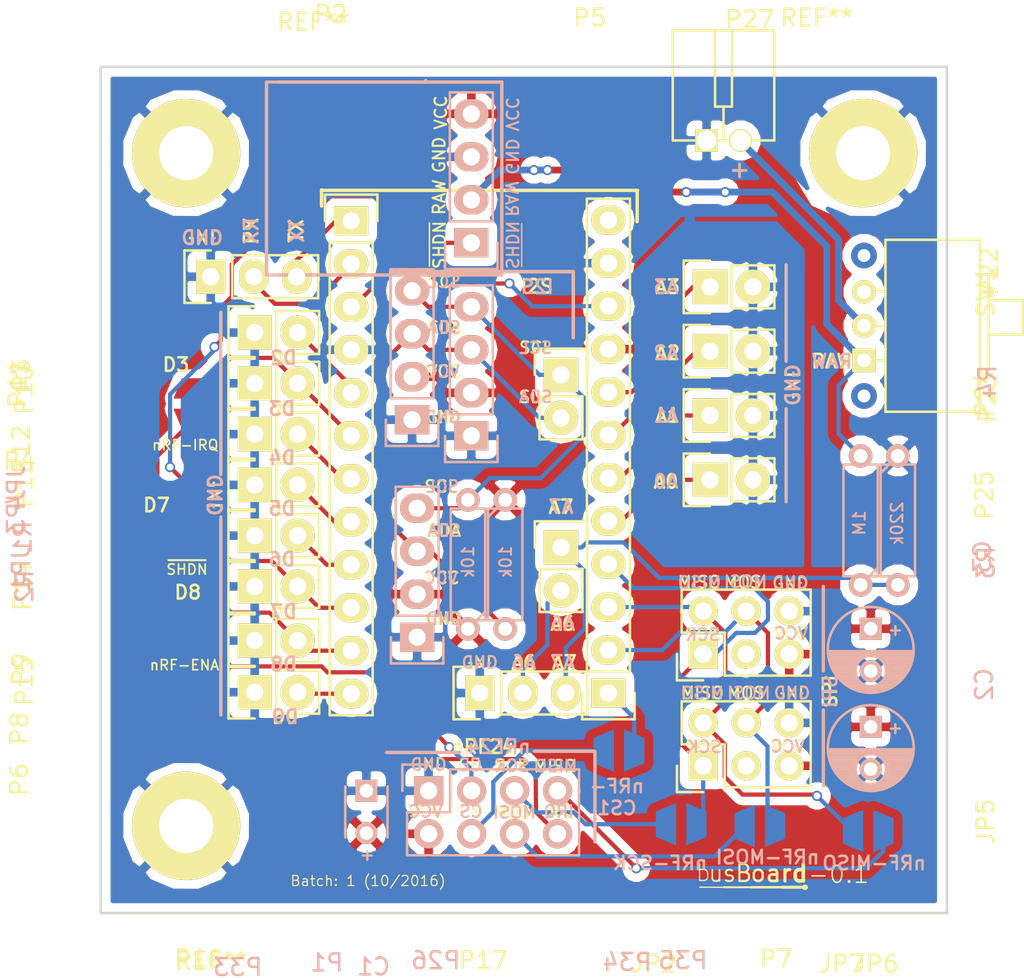
<source format=kicad_pcb>
(kicad_pcb (version 4) (host pcbnew 4.0.4+e1-6308~48~ubuntu16.04.1-stable)
  (layers (0 F.Cu signal) (31 B.Cu signal hide) (34 B.Paste user) (35 F.Paste user) (36 B.SilkS user) (37 F.SilkS user) (38 B.Mask user) (39 F.Mask user) (44 Edge.Cuts user))
  (net 0 "")
  (net 1 GND)
  (net 2 VCC)
  (net 3 D8)
  (net 4 "Net-(JP1-Pad2)")
  (net 5 SPI_SS1)
  (net 6 "Net-(JP2-Pad2)")
  (net 7 "Net-(JP3-Pad1)")
  (net 8 D7)
  (net 9 D3)
  (net 10 "Net-(JP4-Pad2)")
  (net 11 SPI_MISO)
  (net 12 "Net-(JP5-Pad2)")
  (net 13 SPI_SCK)
  (net 14 "Net-(JP6-Pad2)")
  (net 15 SPI_MOSI)
  (net 16 "Net-(JP7-Pad2)")
  (net 17 TX)
  (net 18 RX)
  (net 19 RST)
  (net 20 D2)
  (net 21 D4)
  (net 22 D5)
  (net 23 D6)
  (net 24 D9)
  (net 25 A7)
  (net 26 A6)
  (net 27 I2C_SCL_A5)
  (net 28 I2C_SDA_A4)
  (net 29 A0)
  (net 30 A1)
  (net 31 A2)
  (net 32 A3)
  (net 33 RAW)
  (net 34 "Net-(P27-Pad2)")
  (net 35 "Net-(SW1-Pad3)")
  (net 36 "Net-(P16-Pad3)")
  (net 37 "Net-(P17-Pad3)")
  (net 38 "Net-(P7-Pad12)")
  (module Capacitors_ThroughHole:C_Radial_D5_L6_P2.5 (layer B.Cu) (at 122.5 87.2 270)
    (fp_text reference C3 (at -4.25 -6.6 270) (layer B.SilkS) (effects (justify mirror)))
    (fp_text value CP_Small)
    (pad 1 thru_hole rect (at 0 0 270) (size 1.3 1.3) (drill 0.8) (layers *.Cu *.Mask B.SilkS) (net 2 VCC))
    (pad 2 thru_hole circle (at 2.5 0 270) (size 1.3 1.3) (drill 0.8) (layers *.Cu *.Mask B.SilkS) (net 1 GND))
  )
  (module Pin_Headers:Pin_Header_Straight_2x04 (layer B.Cu) (at 96.375 96.775 270)
    (fp_text reference P1 (at 10.16 6.02 540) (layer B.SilkS) (effects (justify mirror)))
    (fp_text value CONN_02X04)
    (pad 1 thru_hole rect (at 0 0 270) (size 1.7272 1.7272) (drill 1.016) (layers *.Cu *.Mask B.SilkS) (net 1 GND))
    (pad 2 thru_hole oval (at 2.54 0 270) (size 1.7272 1.7272) (drill 1.016) (layers *.Cu *.Mask B.SilkS) (net 2 VCC))
    (pad 3 thru_hole oval (at 0 -2.54 270) (size 1.7272 1.7272) (drill 1.016) (layers *.Cu *.Mask B.SilkS) (net 4 "Net-(JP1-Pad2)"))
    (pad 4 thru_hole oval (at 2.54 -2.54 270) (size 1.7272 1.7272) (drill 1.016) (layers *.Cu *.Mask B.SilkS) (net 6 "Net-(JP2-Pad2)"))
    (pad 5 thru_hole oval (at 0 -5.08 270) (size 1.7272 1.7272) (drill 1.016) (layers *.Cu *.Mask B.SilkS) (net 14 "Net-(JP6-Pad2)"))
    (pad 6 thru_hole oval (at 2.54 -5.08 270) (size 1.7272 1.7272) (drill 1.016) (layers *.Cu *.Mask B.SilkS) (net 16 "Net-(JP7-Pad2)"))
    (pad 7 thru_hole oval (at 0 -7.62 270) (size 1.7272 1.7272) (drill 1.016) (layers *.Cu *.Mask B.SilkS) (net 12 "Net-(JP5-Pad2)"))
    (pad 8 thru_hole oval (at 2.54 -7.62 270) (size 1.7272 1.7272) (drill 1.016) (layers *.Cu *.Mask B.SilkS) (net 10 "Net-(JP4-Pad2)"))
  )
  (module Capacitors_ThroughHole:C_Disc_D3_P2.5 (layer B.Cu) (at 92.7 96.775 270)
    (fp_text reference C1 (at 10.39 -0.42 540) (layer B.SilkS) (effects (justify mirror)))
    (fp_text value C_Small)
    (pad 1 thru_hole rect (at 0 0 270) (size 1.3 1.3) (drill 0.8) (layers *.Cu *.Mask B.SilkS) (net 1 GND))
    (pad 2 thru_hole circle (at 2.5 0 270) (size 1.3 1.3) (drill 0.8001) (layers *.Cu *.Mask B.SilkS) (net 2 VCC))
  )
  (module Pin_Headers:Pin_Header_Straight_1x12 (layer F.Cu) (at 91.8 63.1)
    (fp_text reference P2 (at -1.2 -12.2) (layer F.SilkS))
    (fp_text value CONN_01X12)
    (pad 1 thru_hole rect (at 0 0) (size 2.032 1.7272) (drill 1.016) (layers *.Cu *.Mask F.SilkS) (net 17 TX))
    (pad 2 thru_hole oval (at 0 2.54) (size 2.032 1.7272) (drill 1.016) (layers *.Cu *.Mask F.SilkS) (net 18 RX))
    (pad 3 thru_hole oval (at 0 5.08) (size 2.032 1.7272) (drill 1.016) (layers *.Cu *.Mask F.SilkS) (net 19 RST))
    (pad 4 thru_hole oval (at 0 7.62) (size 2.032 1.7272) (drill 1.016) (layers *.Cu *.Mask F.SilkS) (net 1 GND))
    (pad 5 thru_hole oval (at 0 10.16) (size 2.032 1.7272) (drill 1.016) (layers *.Cu *.Mask F.SilkS) (net 20 D2))
    (pad 6 thru_hole oval (at 0 12.7) (size 2.032 1.7272) (drill 1.016) (layers *.Cu *.Mask F.SilkS) (net 9 D3))
    (pad 7 thru_hole oval (at 0 15.24) (size 2.032 1.7272) (drill 1.016) (layers *.Cu *.Mask F.SilkS) (net 21 D4))
    (pad 8 thru_hole oval (at 0 17.78) (size 2.032 1.7272) (drill 1.016) (layers *.Cu *.Mask F.SilkS) (net 22 D5))
    (pad 9 thru_hole oval (at 0 20.32) (size 2.032 1.7272) (drill 1.016) (layers *.Cu *.Mask F.SilkS) (net 23 D6))
    (pad 10 thru_hole oval (at 0 22.86) (size 2.032 1.7272) (drill 1.016) (layers *.Cu *.Mask F.SilkS) (net 8 D7))
    (pad 11 thru_hole oval (at 0 25.4) (size 2.032 1.7272) (drill 1.016) (layers *.Cu *.Mask F.SilkS) (net 3 D8))
    (pad 12 thru_hole oval (at 0 27.94) (size 2.032 1.7272) (drill 1.016) (layers *.Cu *.Mask F.SilkS) (net 24 D9))
  )
  (module Pin_Headers:Pin_Header_Straight_1x02 (layer F.Cu) (at 104.2 82.4)
    (fp_text reference P4 (at -32 -5.1) (layer F.SilkS))
    (fp_text value CONN_01X02)
    (pad 1 thru_hole rect (at 0 0) (size 2.032 2.032) (drill 1.016) (layers *.Cu *.Mask F.SilkS) (net 25 A7))
    (pad 2 thru_hole oval (at 0 2.54) (size 2.032 2.032) (drill 1.016) (layers *.Cu *.Mask F.SilkS) (net 26 A6))
  )
  (module Pin_Headers:Pin_Header_Straight_1x02 (layer F.Cu) (at 104.2 72.2)
    (fp_text reference P5 (at 1.7 -21.1) (layer F.SilkS))
    (fp_text value CONN_01X02)
    (pad 1 thru_hole rect (at 0 0) (size 2.032 2.032) (drill 1.016) (layers *.Cu *.Mask F.SilkS) (net 27 I2C_SCL_A5))
    (pad 2 thru_hole oval (at 0 2.54) (size 2.032 2.032) (drill 1.016) (layers *.Cu *.Mask F.SilkS) (net 28 I2C_SDA_A4))
  )
  (module Pin_Headers:Pin_Header_Straight_1x03 (layer F.Cu) (at 99.4 91 90)
    (fp_text reference P6 (at -5.1 -27.2 90) (layer F.SilkS))
    (fp_text value CONN_01X03)
    (pad 1 thru_hole rect (at 0 0 90) (size 2.032 1.7272) (drill 1.016) (layers *.Cu *.Mask F.SilkS) (net 1 GND))
    (pad 2 thru_hole oval (at 0 2.54 90) (size 2.032 1.7272) (drill 1.016) (layers *.Cu *.Mask F.SilkS) (net 26 A6))
    (pad 3 thru_hole oval (at 0 5.08 90) (size 2.032 1.7272) (drill 1.016) (layers *.Cu *.Mask F.SilkS) (net 25 A7))
  )
  (module Pin_Headers:Pin_Header_Straight_1x12 (layer F.Cu) (at 107 91 180)
    (fp_text reference P7 (at -9.9 -15.7 180) (layer F.SilkS))
    (fp_text value CONN_01X12)
    (pad 1 thru_hole rect (at 0 0 180) (size 2.032 1.7272) (drill 1.016) (layers *.Cu *.Mask F.SilkS) (net 5 SPI_SS1))
    (pad 2 thru_hole oval (at 0 2.54 180) (size 2.032 1.7272) (drill 1.016) (layers *.Cu *.Mask F.SilkS) (net 15 SPI_MOSI))
    (pad 3 thru_hole oval (at 0 5.08 180) (size 2.032 1.7272) (drill 1.016) (layers *.Cu *.Mask F.SilkS) (net 11 SPI_MISO))
    (pad 4 thru_hole oval (at 0 7.62 180) (size 2.032 1.7272) (drill 1.016) (layers *.Cu *.Mask F.SilkS) (net 13 SPI_SCK))
    (pad 5 thru_hole oval (at 0 10.16 180) (size 2.032 1.7272) (drill 1.016) (layers *.Cu *.Mask F.SilkS) (net 29 A0))
    (pad 6 thru_hole oval (at 0 12.7 180) (size 2.032 1.7272) (drill 1.016) (layers *.Cu *.Mask F.SilkS) (net 30 A1))
    (pad 7 thru_hole oval (at 0 15.24 180) (size 2.032 1.7272) (drill 1.016) (layers *.Cu *.Mask F.SilkS) (net 31 A2))
    (pad 8 thru_hole oval (at 0 17.78 180) (size 2.032 1.7272) (drill 1.016) (layers *.Cu *.Mask F.SilkS) (net 32 A3))
    (pad 9 thru_hole oval (at 0 20.32 180) (size 2.032 1.7272) (drill 1.016) (layers *.Cu *.Mask F.SilkS) (net 2 VCC))
    (pad 10 thru_hole oval (at 0 22.86 180) (size 2.032 1.7272) (drill 1.016) (layers *.Cu *.Mask F.SilkS) (net 19 RST))
    (pad 11 thru_hole oval (at 0 25.4 180) (size 2.032 1.7272) (drill 1.016) (layers *.Cu *.Mask F.SilkS) (net 1 GND))
    (pad 12 thru_hole oval (at 0 27.94 180) (size 2.032 1.7272) (drill 1.016) (layers *.Cu *.Mask F.SilkS) (net 38 "Net-(P7-Pad12)"))
  )
  (module Pin_Headers:Pin_Header_Straight_1x02 (layer F.Cu) (at 86.1 90.95 90)
    (fp_text reference P8 (at -2.15 -13.9 90) (layer F.SilkS))
    (fp_text value CONN_01X02)
    (pad 1 thru_hole rect (at 0 0 90) (size 2.032 2.032) (drill 1.016) (layers *.Cu *.Mask F.SilkS) (net 1 GND))
    (pad 2 thru_hole oval (at 0 2.54 90) (size 2.032 2.032) (drill 1.016) (layers *.Cu *.Mask F.SilkS) (net 24 D9))
  )
  (module Pin_Headers:Pin_Header_Straight_1x02 (layer F.Cu) (at 86.1 87.9 90)
    (fp_text reference P9 (at -1.7 -13.8 90) (layer F.SilkS))
    (fp_text value CONN_01X02)
    (pad 1 thru_hole rect (at 0 0 90) (size 2.032 2.032) (drill 1.016) (layers *.Cu *.Mask F.SilkS) (net 1 GND))
    (pad 2 thru_hole oval (at 0 2.54 90) (size 2.032 2.032) (drill 1.016) (layers *.Cu *.Mask F.SilkS) (net 3 D8))
  )
  (module Pin_Headers:Pin_Header_Straight_1x02 (layer F.Cu) (at 86.1 69.7 90)
    (fp_text reference P10 (at -3.4 -13.6 90) (layer F.SilkS))
    (fp_text value CONN_01X02)
    (pad 1 thru_hole rect (at 0 0 90) (size 2.032 2.032) (drill 1.016) (layers *.Cu *.Mask F.SilkS) (net 1 GND))
    (pad 2 thru_hole oval (at 0 2.54 90) (size 2.032 2.032) (drill 1.016) (layers *.Cu *.Mask F.SilkS) (net 20 D2))
  )
  (module Pin_Headers:Pin_Header_Straight_1x02 (layer F.Cu) (at 86.1 72.7 90)
    (fp_text reference P11 (at 0 -14 90) (layer F.SilkS))
    (fp_text value CONN_01X02)
    (pad 1 thru_hole rect (at 0 0 90) (size 2.032 2.032) (drill 1.016) (layers *.Cu *.Mask F.SilkS) (net 1 GND))
    (pad 2 thru_hole oval (at 0 2.54 90) (size 2.032 2.032) (drill 1.016) (layers *.Cu *.Mask F.SilkS) (net 9 D3))
  )
  (module Pin_Headers:Pin_Header_Straight_1x02 (layer F.Cu) (at 86.1 75.7 90)
    (fp_text reference P12 (at -0.9 -13.8 90) (layer F.SilkS))
    (fp_text value CONN_01X02)
    (pad 1 thru_hole rect (at 0 0 90) (size 2.032 2.032) (drill 1.016) (layers *.Cu *.Mask F.SilkS) (net 1 GND))
    (pad 2 thru_hole oval (at 0 2.54 90) (size 2.032 2.032) (drill 1.016) (layers *.Cu *.Mask F.SilkS) (net 21 D4))
  )
  (module Pin_Headers:Pin_Header_Straight_1x02 (layer F.Cu) (at 86.1 78.7 90)
    (fp_text reference P13 (at 0.1 -13.6 90) (layer F.SilkS))
    (fp_text value CONN_01X02)
    (pad 1 thru_hole rect (at 0 0 90) (size 2.032 2.032) (drill 1.016) (layers *.Cu *.Mask F.SilkS) (net 1 GND))
    (pad 2 thru_hole oval (at 0 2.54 90) (size 2.032 2.032) (drill 1.016) (layers *.Cu *.Mask F.SilkS) (net 22 D5))
  )
  (module Pin_Headers:Pin_Header_Straight_1x02 (layer F.Cu) (at 86.1 81.7 90)
    (fp_text reference P14 (at -3 -13.7 90) (layer F.SilkS))
    (fp_text value CONN_01X02)
    (pad 1 thru_hole rect (at 0 0 90) (size 2.032 2.032) (drill 1.016) (layers *.Cu *.Mask F.SilkS) (net 1 GND))
    (pad 2 thru_hole oval (at 0 2.54 90) (size 2.032 2.032) (drill 1.016) (layers *.Cu *.Mask F.SilkS) (net 23 D6))
  )
  (module Pin_Headers:Pin_Header_Straight_1x02 (layer F.Cu) (at 86.1 84.7 90)
    (fp_text reference P15 (at -5.6 -13.6 90) (layer F.SilkS))
    (fp_text value CONN_01X02)
    (pad 1 thru_hole rect (at 0 0 90) (size 2.032 2.032) (drill 1.016) (layers *.Cu *.Mask F.SilkS) (net 1 GND))
    (pad 2 thru_hole oval (at 0 2.54 90) (size 2.032 2.032) (drill 1.016) (layers *.Cu *.Mask F.SilkS) (net 8 D7))
  )
  (module Pin_Headers:Pin_Header_Straight_1x02 (layer F.Cu) (at 113 67 90)
    (fp_text reference P22 (at 0.9 16.5 90) (layer F.SilkS))
    (fp_text value CONN_01X02)
    (pad 1 thru_hole rect (at 0 0 90) (size 2.032 2.032) (drill 1.016) (layers *.Cu *.Mask F.SilkS) (net 32 A3))
    (pad 2 thru_hole oval (at 0 2.54 90) (size 2.032 2.032) (drill 1.016) (layers *.Cu *.Mask F.SilkS) (net 1 GND))
  )
  (module Pin_Headers:Pin_Header_Straight_1x02 (layer F.Cu) (at 113 70.8 90)
    (fp_text reference P23 (at -2.8 16.4 90) (layer F.SilkS))
    (fp_text value CONN_01X02)
    (pad 1 thru_hole rect (at 0 0 90) (size 2.032 2.032) (drill 1.016) (layers *.Cu *.Mask F.SilkS) (net 31 A2))
    (pad 2 thru_hole oval (at 0 2.54 90) (size 2.032 2.032) (drill 1.016) (layers *.Cu *.Mask F.SilkS) (net 1 GND))
  )
  (module Pin_Headers:Pin_Header_Straight_1x02 (layer F.Cu) (at 113 74.6 90)
    (fp_text reference P24 (at 1.3 16.2 90) (layer F.SilkS))
    (fp_text value CONN_01X02)
    (pad 1 thru_hole rect (at 0 0 90) (size 2.032 2.032) (drill 1.016) (layers *.Cu *.Mask F.SilkS) (net 30 A1))
    (pad 2 thru_hole oval (at 0 2.54 90) (size 2.032 2.032) (drill 1.016) (layers *.Cu *.Mask F.SilkS) (net 1 GND))
  )
  (module Pin_Headers:Pin_Header_Straight_1x02 (layer F.Cu) (at 113 78.4 90)
    (fp_text reference P25 (at -0.9 16.2 90) (layer F.SilkS))
    (fp_text value CONN_01X02)
    (pad 1 thru_hole rect (at 0 0 90) (size 2.032 2.032) (drill 1.016) (layers *.Cu *.Mask F.SilkS) (net 29 A0))
    (pad 2 thru_hole oval (at 0 2.54 90) (size 2.032 2.032) (drill 1.016) (layers *.Cu *.Mask F.SilkS) (net 1 GND))
  )
  (module Pin_Headers:Pin_Header_Straight_1x04 (layer B.Cu) (at 98.9 64.4)
    (fp_text reference P26 (at -2.1 42.4) (layer B.SilkS) (effects (justify mirror)))
    (fp_text value CONN_01X04)
    (pad 1 thru_hole rect (at 0 0) (size 2.032 1.7272) (drill 1.016) (layers *.Cu *.Mask B.SilkS) (net 7 "Net-(JP3-Pad1)"))
    (pad 2 thru_hole oval (at 0 -2.54) (size 2.032 1.7272) (drill 1.016) (layers *.Cu *.Mask B.SilkS) (net 33 RAW))
    (pad 3 thru_hole oval (at 0 -5.08) (size 2.032 1.7272) (drill 1.016) (layers *.Cu *.Mask B.SilkS) (net 1 GND))
    (pad 4 thru_hole oval (at 0 -7.62) (size 2.032 1.7272) (drill 1.016) (layers *.Cu *.Mask B.SilkS) (net 2 VCC))
  )
  (module Discret:R3 (layer B.Cu) (at 98.7 83.4 90)
    (fp_text reference R1 (at 1.6 -26.3 90) (layer B.SilkS) (effects (justify mirror)))
    (fp_text value 10K)
    (pad 1 thru_hole circle (at -3.81 0 90) (size 1.397 1.397) (drill 0.8128) (layers *.Cu *.Mask B.SilkS) (net 2 VCC))
    (pad 2 thru_hole circle (at 3.81 0 90) (size 1.397 1.397) (drill 0.8128) (layers *.Cu *.Mask B.SilkS) (net 27 I2C_SCL_A5))
  )
  (module Discret:R3 (layer B.Cu) (at 100.9 83.4 270)
    (fp_text reference R2 (at 1.3 28.4 270) (layer B.SilkS) (effects (justify mirror)))
    (fp_text value 10K)
    (pad 1 thru_hole circle (at -3.81 0 270) (size 1.397 1.397) (drill 0.8128) (layers *.Cu *.Mask B.SilkS) (net 2 VCC))
    (pad 2 thru_hole circle (at 3.81 0 270) (size 1.397 1.397) (drill 0.8128) (layers *.Cu *.Mask B.SilkS) (net 28 I2C_SDA_A4))
  )
  (module Pin_Headers:Pin_Header_Straight_1x04 (layer B.Cu) (at 98.9 75.8)
    (fp_text reference P33 (at -13.8 31.4) (layer B.SilkS) (effects (justify mirror)))
    (fp_text value CONN_01X04)
    (pad 1 thru_hole rect (at 0 0) (size 2.032 1.7272) (drill 1.016) (layers *.Cu *.Mask B.SilkS) (net 1 GND))
    (pad 2 thru_hole oval (at 0 -2.54) (size 2.032 1.7272) (drill 1.016) (layers *.Cu *.Mask B.SilkS) (net 2 VCC))
    (pad 3 thru_hole oval (at 0 -5.08) (size 2.032 1.7272) (drill 1.016) (layers *.Cu *.Mask B.SilkS) (net 28 I2C_SDA_A4))
    (pad 4 thru_hole oval (at 0 -7.62) (size 2.032 1.7272) (drill 1.016) (layers *.Cu *.Mask B.SilkS) (net 27 I2C_SCL_A5))
  )
  (module Pin_Headers:Pin_Header_Straight_1x04 (layer B.Cu) (at 95.7 87.7)
    (fp_text reference P34 (at 12.4 19.2) (layer B.SilkS) (effects (justify mirror)))
    (fp_text value CONN_01X04)
    (pad 1 thru_hole rect (at 0 0) (size 2.032 1.7272) (drill 1.016) (layers *.Cu *.Mask B.SilkS) (net 1 GND))
    (pad 2 thru_hole oval (at 0 -2.54) (size 2.032 1.7272) (drill 1.016) (layers *.Cu *.Mask B.SilkS) (net 2 VCC))
    (pad 3 thru_hole oval (at 0 -5.08) (size 2.032 1.7272) (drill 1.016) (layers *.Cu *.Mask B.SilkS) (net 28 I2C_SDA_A4))
    (pad 4 thru_hole oval (at 0 -7.62) (size 2.032 1.7272) (drill 1.016) (layers *.Cu *.Mask B.SilkS) (net 27 I2C_SCL_A5))
  )
  (module Pin_Headers:Pin_Header_Straight_1x04 (layer B.Cu) (at 95.4 74.85)
    (fp_text reference P35 (at 16 31.95) (layer B.SilkS) (effects (justify mirror)))
    (fp_text value CONN_01X04)
    (pad 1 thru_hole rect (at 0 0) (size 2.032 1.7272) (drill 1.016) (layers *.Cu *.Mask B.SilkS) (net 1 GND))
    (pad 2 thru_hole oval (at 0 -2.54) (size 2.032 1.7272) (drill 1.016) (layers *.Cu *.Mask B.SilkS) (net 2 VCC))
    (pad 3 thru_hole oval (at 0 -5.08) (size 2.032 1.7272) (drill 1.016) (layers *.Cu *.Mask B.SilkS) (net 28 I2C_SDA_A4))
    (pad 4 thru_hole oval (at 0 -7.62) (size 2.032 1.7272) (drill 1.016) (layers *.Cu *.Mask B.SilkS) (net 27 I2C_SCL_A5))
  )
  (module Discret:R3 (layer B.Cu) (at 121.9 80.8 90)
    (fp_text reference R3 (at -2.5 7.4 90) (layer B.SilkS) (effects (justify mirror)))
    (fp_text value R_Small)
    (pad 1 thru_hole circle (at -3.81 0 90) (size 1.397 1.397) (drill 0.8128) (layers *.Cu *.Mask B.SilkS) (net 25 A7))
    (pad 2 thru_hole circle (at 3.81 0 90) (size 1.397 1.397) (drill 0.8128) (layers *.Cu *.Mask B.SilkS) (net 33 RAW))
  )
  (module Discret:R3 (layer B.Cu) (at 124.1 80.8 270)
    (fp_text reference R4 (at -8.2 -5.3 270) (layer B.SilkS) (effects (justify mirror)))
    (fp_text value R_Small)
    (pad 1 thru_hole circle (at -3.81 0 270) (size 1.397 1.397) (drill 0.8128) (layers *.Cu *.Mask B.SilkS) (net 1 GND))
    (pad 2 thru_hole circle (at 3.81 0 270) (size 1.397 1.397) (drill 0.8128) (layers *.Cu *.Mask B.SilkS) (net 25 A7))
  )
  (module Capacitors_ThroughHole:C_Radial_D5_L6_P2.5 (layer B.Cu) (at 122.5 93 270)
    (fp_text reference C2 (at -2.5 -6.7 270) (layer B.SilkS) (effects (justify mirror)))
    (fp_text value CP_Small)
    (pad 1 thru_hole rect (at 0 0 270) (size 1.3 1.3) (drill 0.8) (layers *.Cu *.Mask B.SilkS) (net 2 VCC))
    (pad 2 thru_hole circle (at 2.5 0 270) (size 1.3 1.3) (drill 0.8) (layers *.Cu *.Mask B.SilkS) (net 1 GND))
  )
  (module Pin_Headers:Pin_Header_Straight_2x03 (layer F.Cu) (at 112.6 95.3 90)
    (fp_text reference P16 (at -11.4 -29.8 180) (layer F.SilkS))
    (fp_text value CONN_02X03)
    (pad 1 thru_hole rect (at 0 0 90) (size 1.7272 1.7272) (drill 1.016) (layers *.Cu *.Mask F.SilkS) (net 13 SPI_SCK))
    (pad 2 thru_hole oval (at 2.54 0 90) (size 1.7272 1.7272) (drill 1.016) (layers *.Cu *.Mask F.SilkS) (net 11 SPI_MISO))
    (pad 3 thru_hole oval (at 0 2.54 90) (size 1.7272 1.7272) (drill 1.016) (layers *.Cu *.Mask F.SilkS) (net 36 "Net-(P16-Pad3)"))
    (pad 4 thru_hole oval (at 2.54 2.54 90) (size 1.7272 1.7272) (drill 1.016) (layers *.Cu *.Mask F.SilkS) (net 15 SPI_MOSI))
    (pad 5 thru_hole oval (at 0 5.08 90) (size 1.7272 1.7272) (drill 1.016) (layers *.Cu *.Mask F.SilkS) (net 2 VCC))
    (pad 6 thru_hole oval (at 2.54 5.08 90) (size 1.7272 1.7272) (drill 1.016) (layers *.Cu *.Mask F.SilkS) (net 1 GND))
  )
  (module Pin_Headers:Pin_Header_Straight_2x03 (layer F.Cu) (at 112.6 88.7 90)
    (fp_text reference P17 (at -18.1 -13 360) (layer F.SilkS))
    (fp_text value CONN_02X03)
    (pad 1 thru_hole rect (at 0 0 90) (size 1.7272 1.7272) (drill 1.016) (layers *.Cu *.Mask F.SilkS) (net 13 SPI_SCK))
    (pad 2 thru_hole oval (at 2.54 0 90) (size 1.7272 1.7272) (drill 1.016) (layers *.Cu *.Mask F.SilkS) (net 11 SPI_MISO))
    (pad 3 thru_hole oval (at 0 2.54 90) (size 1.7272 1.7272) (drill 1.016) (layers *.Cu *.Mask F.SilkS) (net 37 "Net-(P17-Pad3)"))
    (pad 4 thru_hole oval (at 2.54 2.54 90) (size 1.7272 1.7272) (drill 1.016) (layers *.Cu *.Mask F.SilkS) (net 15 SPI_MOSI))
    (pad 5 thru_hole oval (at 0 5.08 90) (size 1.7272 1.7272) (drill 1.016) (layers *.Cu *.Mask F.SilkS) (net 2 VCC))
    (pad 6 thru_hole oval (at 2.54 5.08 90) (size 1.7272 1.7272) (drill 1.016) (layers *.Cu *.Mask F.SilkS) (net 1 GND))
  )
  (module Pin_Headers:Pin_Header_Straight_1x03 (layer F.Cu) (at 83.5 66.4 90)
    (fp_text reference P3 (at -5.8 -11.2 90) (layer F.SilkS))
    (fp_text value CONN_01X03)
    (pad 1 thru_hole rect (at 0 0 90) (size 2.032 1.7272) (drill 1.016) (layers *.Cu *.Mask F.SilkS) (net 1 GND))
    (pad 2 thru_hole oval (at 0 2.54 90) (size 2.032 1.7272) (drill 1.016) (layers *.Cu *.Mask F.SilkS) (net 18 RX))
    (pad 3 thru_hole oval (at 0 5.08 90) (size 2.032 1.7272) (drill 1.016) (layers *.Cu *.Mask F.SilkS) (net 17 TX))
  )
  (module custom_footprints:SW_Micro_SPST_Angled_5holes (layer F.Cu) (at 122.1 68.8 90)
    (fp_text reference SW1 (at 1.5 7.2 90) (layer F.SilkS))
    (fp_text value Switch_SPDT_x2)
    (pad 1 thru_hole rect (at -2.54 0 90) (size 1.397 1.397) (drill 0.8128) (layers *.Cu *.Mask F.SilkS) (net 33 RAW))
    (pad 2 thru_hole circle (at -0.5 0 90) (size 1.397 1.397) (drill 0.8128) (layers *.Cu *.Mask F.SilkS) (net 34 "Net-(P27-Pad2)"))
    (pad 3 thru_hole circle (at 1.5 0 90) (size 1.397 1.397) (drill 0.8128) (layers *.Cu *.Mask F.SilkS) (net 35 "Net-(SW1-Pad3)"))
    (pad 3 thru_hole circle (at 3.65 0 90) (size 1.524 1.524) (drill 0.762) (layers *.Cu *.Mask) (net 35 "Net-(SW1-Pad3)"))
    (pad 3 thru_hole circle (at -4.65 0 90) (size 1.524 1.524) (drill 0.762) (layers *.Cu *.Mask) (net 35 "Net-(SW1-Pad3)"))
  )
  (module custom_footprints:Small_jumper (layer B.Cu) (at 82.075 87.15 270)
    (fp_text reference JP1 (at -3.45 9.775 270) (layer B.SilkS) (effects (justify mirror)))
    (fp_text value JUMPER)
    (pad 1 smd trapezoid (at -0.9 0 270) (size 1.2 2) (rect_delta -0.5 0) (layers F.Cu F.Paste F.Mask) (net 3 D8))
    (pad 2 smd trapezoid (at 0.9 0 270) (size 1.2 2) (rect_delta 0.5 0) (layers F.Cu F.Paste F.Mask) (net 4 "Net-(JP1-Pad2)"))
  )
  (module custom_footprints:Small_jumper (layer F.Cu) (at 107.625 94.4 180)
    (fp_text reference JP2 (at -2.075 -12.6 180) (layer F.SilkS))
    (fp_text value JUMPER)
    (pad 1 smd trapezoid (at -0.9 0 180) (size 1.2 2) (rect_delta -0.5 0) (layers B.Cu B.Paste B.Mask) (net 5 SPI_SS1))
    (pad 2 smd trapezoid (at 0.9 0 180) (size 1.2 2) (rect_delta 0.5 0) (layers B.Cu B.Paste B.Mask) (net 6 "Net-(JP2-Pad2)"))
  )
  (module custom_footprints:Small_jumper (layer B.Cu) (at 82.15 81.3 270)
    (fp_text reference JP3 (at -1 10.15 270) (layer B.SilkS) (effects (justify mirror)))
    (fp_text value JUMPER)
    (pad 1 smd trapezoid (at -0.9 0 270) (size 1.2 2) (rect_delta -0.5 0) (layers F.Cu F.Paste F.Mask) (net 7 "Net-(JP3-Pad1)"))
    (pad 2 smd trapezoid (at 0.9 0 270) (size 1.2 2) (rect_delta 0.5 0) (layers F.Cu F.Paste F.Mask) (net 8 D7))
  )
  (module custom_footprints:Small_jumper (layer B.Cu) (at 82.55 73.9 270)
    (fp_text reference JP4 (at 5 10.55 270) (layer B.SilkS) (effects (justify mirror)))
    (fp_text value JUMPER)
    (pad 1 smd trapezoid (at -0.9 0 270) (size 1.2 2) (rect_delta -0.5 0) (layers F.Cu F.Paste F.Mask) (net 9 D3))
    (pad 2 smd trapezoid (at 0.9 0 270) (size 1.2 2) (rect_delta 0.5 0) (layers F.Cu F.Paste F.Mask) (net 10 "Net-(JP4-Pad2)"))
  )
  (module custom_footprints:Small_jumper (layer F.Cu) (at 122.35 99.15)
    (fp_text reference JP5 (at 6.95 -0.55 90) (layer F.SilkS))
    (fp_text value JUMPER)
    (pad 1 smd trapezoid (at -0.9 0) (size 1.2 2) (rect_delta -0.5 0) (layers B.Cu B.Paste B.Mask) (net 11 SPI_MISO))
    (pad 2 smd trapezoid (at 0.9 0) (size 1.2 2) (rect_delta 0.5 0) (layers B.Cu B.Paste B.Mask) (net 12 "Net-(JP5-Pad2)"))
  )
  (module custom_footprints:Small_jumper (layer F.Cu) (at 111.3 98.75 180)
    (fp_text reference JP6 (at -11.5 -8.25 180) (layer F.SilkS))
    (fp_text value JUMPER)
    (pad 1 smd trapezoid (at -0.9 0 180) (size 1.2 2) (rect_delta -0.5 0) (layers B.Cu B.Paste B.Mask) (net 13 SPI_SCK))
    (pad 2 smd trapezoid (at 0.9 0 180) (size 1.2 2) (rect_delta 0.5 0) (layers B.Cu B.Paste B.Mask) (net 14 "Net-(JP6-Pad2)"))
  )
  (module custom_footprints:Small_jumper (layer F.Cu) (at 115.95 98.85 180)
    (fp_text reference JP7 (at -4.85 -8.15 180) (layer F.SilkS))
    (fp_text value JUMPER)
    (pad 1 smd trapezoid (at -0.9 0 180) (size 1.2 2) (rect_delta -0.5 0) (layers B.Cu B.Paste B.Mask) (net 15 SPI_MOSI))
    (pad 2 smd trapezoid (at 0.9 0 180) (size 1.2 2) (rect_delta 0.5 0) (layers B.Cu B.Paste B.Mask) (net 16 "Net-(JP7-Pad2)"))
  )
  (module Mounting_Holes:MountingHole_3.2mm_M3_Pad (layer F.Cu) (at 82.05 59.1)
    (fp_text reference REF** (at 7.5 -7.75) (layer F.SilkS))
    (fp_text value MountingHole_3.2mm_M3_Pad)
    (pad 1 thru_hole circle (at 0 0) (size 6.4 6.4) (drill 3.2) (layers *.Cu *.Mask F.SilkS) (net 1 GND))
  )
  (module Mounting_Holes:MountingHole_3.2mm_M3_Pad (layer F.Cu) (at 122.05 59.1)
    (fp_text reference REF** (at -2.75 -8) (layer F.SilkS))
    (fp_text value MountingHole_3.2mm_M3_Pad)
    (pad 1 thru_hole circle (at 0 0) (size 6.4 6.4) (drill 3.2) (layers *.Cu *.Mask F.SilkS) (net 1 GND))
  )
  (module Mounting_Holes:MountingHole_3.2mm_M3_Pad (layer F.Cu) (at 82.05 98.85)
    (fp_text reference REF** (at 1.5 8) (layer F.SilkS))
    (fp_text value MountingHole_3.2mm_M3_Pad)
    (pad 1 thru_hole circle (at 0 0) (size 6.4 6.4) (drill 3.2) (layers *.Cu *.Mask F.SilkS) (net 1 GND))
  )
  (module custom_footprints:JWT_Vertical_A3963-RM3.96mm-2 (layer F.Cu) (at 112.8 58.35)
    (fp_text reference P27 (at 2.55 -7.15) (layer F.SilkS))
    (fp_text value CONN_01X02_BATT)
    (pad 1 thru_hole rect (at 0 0) (size 1.35 1.35) (drill 1.15) (layers *.Cu *.Mask F.SilkS) (net 1 GND))
    (pad 2 thru_hole circle (at 2 0) (size 1.35 1.35) (drill 1.15) (layers *.Cu *.Mask F.SilkS) (net 34 "Net-(P27-Pad2)"))
  )
  (gr_text nRF-ENA (at 81.95 89.35) (layer F.SilkS) (effects (font (size 0.6 0.6) (thickness 0.1))))
  (gr_line (start 83.2 83.15) (end 81 83.15) (angle 90) (layer F.SilkS) (width 0.12))
  (gr_text SHDN (at 82.1 83.7) (layer F.SilkS) (effects (font (size 0.6 0.6) (thickness 0.1))))
  (gr_text nRF-IRQ (at 82 76.35) (layer F.SilkS) (effects (font (size 0.6 0.6) (thickness 0.1))))
  (gr_line (start 87.5 66.3) (end 86.8 66.3) (angle 90) (layer B.SilkS) (width 0.18))
  (gr_line (start 87.5 54.9) (end 86.8 54.9) (angle 90) (layer B.SilkS) (width 0.18))
  (gr_line (start 119.7 96.5) (end 119.7 92) (angle 90) (layer F.SilkS) (width 0.18))
  (gr_line (start 119.7 92) (end 119.7 96.5) (angle 90) (layer B.SilkS) (width 0.18))
  (gr_line (start 119.7 84.7) (end 119.7 89.7) (angle 90) (layer B.SilkS) (width 0.18))
  (gr_line (start 119.7 89.7) (end 119.7 84.7) (angle 90) (layer F.SilkS) (width 0.18))
  (gr_line (start 84.1 92.3) (end 84.1 80.6) (angle 90) (layer B.SilkS) (width 0.18))
  (gr_line (start 84.1 80.6) (end 84.1 92.3) (angle 90) (layer F.SilkS) (width 0.18))
  (gr_line (start 84.1 68.5) (end 84.1 78.1) (angle 90) (layer F.SilkS) (width 0.18))
  (gr_line (start 84.1 78.1) (end 84.1 68.5) (angle 90) (layer B.SilkS) (width 0.18))
  (gr_text GND (at 83.7 79.3 270) (layer F.SilkS) (effects (font (size 0.8 0.8))))
  (gr_text GND (at 83.7 79.3 270) (layer B.SilkS) (effects (font (size 0.8 0.8)) (justify mirror)))
  (gr_line (start 117.5 74.2) (end 117.5 79.7) (angle 90) (layer B.SilkS) (width 0.18))
  (gr_line (start 117.5 65.7) (end 117.5 71.4) (angle 90) (layer B.SilkS) (width 0.18))
  (gr_line (start 117.5 74.2) (end 117.5 79.7) (angle 90) (layer F.SilkS) (width 0.18))
  (gr_line (start 117.5 71.4) (end 117.5 65.7) (angle 90) (layer F.SilkS) (width 0.18))
  (gr_text SDA (at 102.7 73.5) (layer B.SilkS) (effects (font (size 0.7 0.7) (thickness 0.12)) (justify mirror)))
  (gr_text SDA (at 102.7 73.5) (layer F.SilkS) (effects (font (size 0.7 0.7) (thickness 0.12))))
  (gr_text SCL (at 102.7 70.6) (layer B.SilkS) (effects (font (size 0.7 0.7) (thickness 0.12)) (justify mirror)))
  (gr_text SCL (at 102.7 70.6) (layer F.SilkS) (effects (font (size 0.7 0.7) (thickness 0.12))))
  (gr_text D2 (at 87.8 71.2) (layer B.SilkS) (effects (font (size 0.8 0.8)) (justify mirror)))
  (gr_text D3 (at 87.7 74.2) (layer B.SilkS) (effects (font (size 0.8 0.8)) (justify mirror)))
  (gr_text D4 (at 87.7 77.1) (layer B.SilkS) (effects (font (size 0.8 0.8)) (justify mirror)))
  (gr_text D5 (at 87.7 80.1) (layer B.SilkS) (effects (font (size 0.8 0.8)) (justify mirror)))
  (gr_text D6 (at 87.7 83.1) (layer B.SilkS) (effects (font (size 0.8 0.8)) (justify mirror)))
  (gr_text D7 (at 87.8 86.2) (layer B.SilkS) (effects (font (size 0.8 0.8)) (justify mirror)))
  (gr_text D7 (at 87.8 86.2) (layer F.SilkS) (effects (font (size 0.8 0.8))))
  (gr_text D8 (at 87.8 89.3) (layer B.SilkS) (effects (font (size 0.8 0.8)) (justify mirror)))
  (gr_text D9 (at 87.9 92.4) (layer B.SilkS) (effects (font (size 0.8 0.8)) (justify mirror)))
  (gr_text + (at 92.7 100.6 90) (layer B.SilkS) (effects (font (size 0.7 0.7) (thickness 0.12)) (justify mirror)))
  (gr_text + (at 92.7 100.6 90) (layer F.SilkS) (effects (font (size 0.7 0.7) (thickness 0.12))))
  (gr_text + (at 123.9 87.3 90) (layer B.SilkS) (effects (font (size 0.7 0.7) (thickness 0.12)) (justify mirror)))
  (gr_text + (at 123.9 87.3 90) (layer F.SilkS) (effects (font (size 0.7 0.7) (thickness 0.12))))
  (gr_text + (at 123.9 93.1 90) (layer B.SilkS) (effects (font (size 0.7 0.7) (thickness 0.12)) (justify mirror)))
  (gr_text + (at 123.9 93.1 90) (layer F.SilkS) (effects (font (size 0.7 0.7) (thickness 0.12))))
  (gr_text GND (at 117.9 72.8 90) (layer B.SilkS) (effects (font (size 0.8 0.8)) (justify mirror)))
  (gr_text GND (at 117.9 72.8 90) (layer F.SilkS) (effects (font (size 0.8 0.8))))
  (gr_text RAW (at 120.2 71.4) (layer B.SilkS) (effects (font (size 0.8 0.8)) (justify mirror)))
  (gr_text RAW (at 120.2 71.4) (layer F.SilkS) (effects (font (size 0.8 0.8))))
  (gr_text A0 (at 110.4 78.5) (layer B.SilkS) (effects (font (size 0.8 0.8)) (justify mirror)))
  (gr_text A1 (at 110.4 74.6) (layer B.SilkS) (effects (font (size 0.8 0.8)) (justify mirror)))
  (gr_text A2 (at 110.4 70.9) (layer B.SilkS) (effects (font (size 0.8 0.8)) (justify mirror)))
  (gr_text A3 (at 110.4 67) (layer B.SilkS) (effects (font (size 0.8 0.8)) (justify mirror)))
  (gr_text GND (at 99.4 89.2) (layer B.SilkS) (effects (font (size 0.7 0.7) (thickness 0.12)) (justify mirror)))
  (gr_text GND (at 99.4 89.2) (layer F.SilkS) (effects (font (size 0.7 0.7) (thickness 0.12))))
  (gr_text A7 (at 104.4 89.2) (layer F.SilkS) (effects (font (size 0.8 0.8))))
  (gr_text A7 (at 104.3 89.2) (layer B.SilkS) (effects (font (size 0.8 0.8)) (justify mirror)))
  (gr_text A6 (at 102 89.2) (layer B.SilkS) (effects (font (size 0.8 0.8)) (justify mirror)))
  (gr_text A6 (at 102 89.2) (layer F.SilkS) (effects (font (size 0.8 0.8))))
  (gr_text A6 (at 104.3 86.9) (layer B.SilkS) (effects (font (size 0.8 0.8)) (justify mirror)))
  (gr_text A6 (at 104.3 86.9) (layer F.SilkS) (effects (font (size 0.8 0.8))))
  (gr_text A7 (at 104.2 80) (layer B.SilkS) (effects (font (size 0.8 0.8)) (justify mirror)))
  (gr_text A7 (at 104.2 80) (layer F.SilkS) (effects (font (size 0.8 0.8))))
  (gr_text "Batch: 1 (10/2016)" (at 92.8 102.1) (layer F.SilkS) (effects (font (size 0.6 0.6) (thickness 0.07))))
  (gr_text IRQ (at 104.075 98) (layer B.SilkS) (effects (font (size 0.7 0.7) (thickness 0.12)) (justify mirror)))
  (gr_text IRQ (at 104.05 98.025) (layer F.SilkS) (effects (font (size 0.7 0.7) (thickness 0.12))))
  (gr_text MOSI (at 101.45 98.05) (layer B.SilkS) (effects (font (size 0.7 0.7) (thickness 0.12)) (justify mirror)))
  (gr_text CS (at 98.875 98) (layer B.SilkS) (effects (font (size 0.7 0.7) (thickness 0.12)) (justify mirror)))
  (gr_text VCC (at 96.2 98) (layer B.SilkS) (effects (font (size 0.7 0.7) (thickness 0.12)) (justify mirror)))
  (gr_text GND (at 96.375 95.225) (layer B.SilkS) (effects (font (size 0.7 0.7) (thickness 0.12)) (justify mirror)))
  (gr_text CE (at 98.875 95.25) (layer B.SilkS) (effects (font (size 0.7 0.7) (thickness 0.12)) (justify mirror)))
  (gr_text SCK (at 101.3 95.3) (layer B.SilkS) (effects (font (size 0.7 0.7) (thickness 0.12)) (justify mirror)))
  (gr_text MISO (at 103.9 95.325) (layer B.SilkS) (effects (font (size 0.7 0.7) (thickness 0.12)) (justify mirror)))
  (gr_line (start 94.125 66.1) (end 94.35 66.1) (angle 90) (layer F.SilkS) (width 0.18))
  (gr_line (start 94.125 66.1) (end 94.125 70.225) (angle 90) (layer F.SilkS) (width 0.18))
  (gr_line (start 101.875 65.8) (end 101.875 63.275) (angle 90) (layer B.SilkS) (width 0.09))
  (gr_line (start 96.425 65.775) (end 96.425 63.225) (angle 90) (layer F.SilkS) (width 0.09))
  (gr_text GND (at 117.85 91) (layer B.SilkS) (effects (font (size 0.7 0.7) (thickness 0.12)) (justify mirror)))
  (gr_text GND (at 117.85 91) (layer F.SilkS) (effects (font (size 0.7 0.7) (thickness 0.12))))
  (gr_text nRF-MISO (at 122.7 101.05) (layer B.SilkS) (effects (font (size 0.8 0.8)) (justify mirror)))
  (gr_text nRF-MOSI (at 116.4 100.7) (layer B.SilkS) (effects (font (size 0.8 0.8)) (justify mirror)))
  (gr_text nRF-SCK (at 110.05 101.05) (layer B.SilkS) (effects (font (size 0.8 0.8)) (justify mirror)))
  (gr_text D3 (at 81.45 71.6) (layer F.SilkS) (effects (font (size 0.8 0.8))))
  (gr_text D7 (at 80.3 79.9) (layer F.SilkS) (effects (font (size 0.8 0.8))))
  (gr_text D8 (at 82.15 85.05) (layer F.SilkS) (effects (font (size 0.8 0.8))))
  (gr_line (start 118.625 102.475) (end 118.6 102.475) (angle 90) (layer F.SilkS) (width 0.32))
  (gr_line (start 115.45 102.475) (end 113.825 102.475) (angle 90) (layer F.SilkS) (width 0.12))
  (gr_line (start 117.25 102.475) (end 115.45 102.475) (angle 90) (layer F.SilkS) (width 0.15))
  (gr_line (start 118.6 102.475) (end 117.275 102.475) (angle 90) (layer F.SilkS) (width 0.18))
  (gr_line (start 118.6 102.475) (end 112.4 102.475) (angle 90) (layer F.SilkS) (width 0.08))
  (gr_text -0.1 (at 120.6 101.725) (layer F.SilkS) (effects (font (size 1 1) (thickness 0.09))))
  (gr_text d (at 118.3 101.65) (layer F.SilkS) (effects (font (size 1 1) (thickness 0.21))))
  (gr_text r (at 117.5 101.65) (layer F.SilkS) (effects (font (size 1 1) (thickness 0.185))))
  (gr_text a (at 116.75 101.65) (layer F.SilkS) (effects (font (size 1 1) (thickness 0.155))))
  (gr_text o (at 115.85 101.65) (layer F.SilkS) (effects (font (size 1 1) (thickness 0.14))))
  (gr_text B (at 115 101.65) (layer F.SilkS) (effects (font (size 1 1) (thickness 0.125))))
  (gr_text s (at 114.15 101.65) (layer F.SilkS) (effects (font (size 1 1) (thickness 0.11))))
  (gr_text u (at 113.35 101.65) (layer F.SilkS) (effects (font (size 1 1) (thickness 0.095))))
  (gr_text b (at 112.6 101.625) (layer F.SilkS) (effects (font (size 1 1) (thickness 0.07))))
  (gr_text + (at 114.75 60.05) (layer B.SilkS) (effects (font (size 1 1)) (justify mirror)))
  (gr_text + (at 114.75 60.05) (layer F.SilkS) (effects (font (size 1 1))))
  (gr_text GND (at 117.75 84.475) (layer B.SilkS) (effects (font (size 0.7 0.7) (thickness 0.12)) (justify mirror)))
  (gr_text GND (at 117.75 84.525) (layer F.SilkS) (effects (font (size 0.7 0.7) (thickness 0.12))))
  (gr_line (start 87.5 66.3) (end 100.7 66.3) (angle 90) (layer B.SilkS) (width 0.2))
  (gr_line (start 86.8 54.9) (end 86.8 66.3) (angle 90) (layer B.SilkS) (width 0.2))
  (gr_line (start 100.7 54.9) (end 87.5 54.9) (angle 90) (layer B.SilkS) (width 0.2))
  (gr_line (start 100.7 66.3) (end 100.7 54.9) (angle 90) (layer B.SilkS) (width 0.2))
  (gr_line (start 96.2 54.8) (end 96.2 54.9) (angle 90) (layer B.SilkS) (width 0.2))
  (gr_line (start 108.7 61.3) (end 108.7 63.15) (angle 90) (layer F.SilkS) (width 0.2))
  (gr_line (start 90.05 61.275) (end 90.05 62.225) (angle 90) (layer F.SilkS) (width 0.2))
  (gr_line (start 90.05 61.3) (end 90.05 61.325) (angle 90) (layer F.SilkS) (width 0.2))
  (gr_line (start 108.725 61.3) (end 90.05 61.3) (angle 90) (layer F.SilkS) (width 0.2))
  (gr_text "220k\n" (at 124.05 80.975 90) (layer B.SilkS) (effects (font (size 0.7 0.7) (thickness 0.12)) (justify mirror)))
  (gr_text 1M (at 121.825 80.95 90) (layer B.SilkS) (effects (font (size 0.7 0.7) (thickness 0.12)) (justify mirror)))
  (gr_text 10k (at 98.7 83.25 90) (layer B.SilkS) (effects (font (size 0.7 0.7) (thickness 0.12)) (justify mirror)))
  (gr_text 10k (at 100.925 83.25 90) (layer B.SilkS) (effects (font (size 0.7 0.7) (thickness 0.12)) (justify mirror)))
  (gr_text "SHDN\n" (at 101.3 64.525 270) (layer B.SilkS) (effects (font (size 0.7 0.7) (thickness 0.12)) (justify mirror)))
  (gr_text RAW (at 101.275 61.8 270) (layer B.SilkS) (effects (font (size 0.7 0.7) (thickness 0.12)) (justify mirror)))
  (gr_text GND (at 101.3 59.3 270) (layer B.SilkS) (effects (font (size 0.7 0.7) (thickness 0.12)) (justify mirror)))
  (gr_text VCC (at 101.3 56.8 270) (layer B.SilkS) (effects (font (size 0.7 0.7) (thickness 0.12)) (justify mirror)))
  (gr_text "SHDN\n" (at 97.025 64.525 90) (layer F.SilkS) (effects (font (size 0.7 0.7) (thickness 0.12))))
  (gr_text RAW (at 97 61.7 90) (layer F.SilkS) (effects (font (size 0.7 0.7) (thickness 0.12))))
  (gr_text VCC (at 97.1 56.7 90) (layer F.SilkS) (effects (font (size 0.7 0.7) (thickness 0.12))))
  (gr_text GND (at 97 59.2 90) (layer F.SilkS) (effects (font (size 0.7 0.7) (thickness 0.12))))
  (gr_text VCC (at 117.6 94.175) (layer F.SilkS) (effects (font (size 0.7 0.7) (thickness 0.12))))
  (gr_text VCC (at 117.775 87.5) (layer F.SilkS) (effects (font (size 0.7 0.7) (thickness 0.12))))
  (gr_text GND (at 97.3 86.6) (layer B.SilkS) (effects (font (size 0.7 0.7) (thickness 0.12)) (justify mirror)))
  (gr_text VCC (at 97.1 84.2) (layer B.SilkS) (effects (font (size 0.7 0.7) (thickness 0.12)) (justify mirror)))
  (gr_text GND (at 97.2 86.6) (layer F.SilkS) (effects (font (size 0.7 0.7) (thickness 0.12))))
  (gr_text VCC (at 97.2 84.2) (layer F.SilkS) (effects (font (size 0.7 0.7) (thickness 0.12))))
  (gr_text GND (at 97.2 74.7) (layer B.SilkS) (effects (font (size 0.7 0.7) (thickness 0.12)) (justify mirror)))
  (gr_text VCC (at 97.2 72) (layer B.SilkS) (effects (font (size 0.7 0.7) (thickness 0.12)) (justify mirror)))
  (gr_text GND (at 97.3 74.7) (layer F.SilkS) (effects (font (size 0.7 0.7) (thickness 0.12))))
  (gr_text VCC (at 97.3 72) (layer F.SilkS) (effects (font (size 0.7 0.7) (thickness 0.12))))
  (gr_line (start 98.2 94.51) (end 93.89 94.51) (angle 90) (layer B.SilkS) (width 0.2))
  (gr_line (start 106.205 94.465) (end 106.205 99.795) (angle 90) (layer B.SilkS) (width 0.2))
  (gr_line (start 102.63 94.44) (end 106.18 94.44) (angle 90) (layer B.SilkS) (width 0.2))
  (gr_text CS (at 98.85 98) (layer F.SilkS) (effects (font (size 0.7 0.7) (thickness 0.12))))
  (gr_text CE (at 98.775 95.25) (layer F.SilkS) (effects (font (size 0.7 0.7) (thickness 0.12))))
  (gr_text VCC (at 96.2 98) (layer F.SilkS) (effects (font (size 0.7 0.7) (thickness 0.12))))
  (gr_text GND (at 96.375 95.225) (layer F.SilkS) (effects (font (size 0.7 0.7) (thickness 0.12))))
  (gr_text MOSI (at 101.45 98.05) (layer F.SilkS) (effects (font (size 0.7 0.7) (thickness 0.12))))
  (gr_text MISO (at 103.85 95.325) (layer F.SilkS) (effects (font (size 0.7 0.7) (thickness 0.12))))
  (gr_text SCK (at 101.275 95.3) (layer F.SilkS) (effects (font (size 0.7 0.7) (thickness 0.12))))
  (gr_text MOSI (at 115.3 91) (layer F.SilkS) (effects (font (size 0.7 0.7) (thickness 0.12))))
  (gr_text MISO (at 112.55 91) (layer F.SilkS) (effects (font (size 0.7 0.7) (thickness 0.12))))
  (gr_text SCK (at 112.575 94.175) (layer F.SilkS) (effects (font (size 0.7 0.7) (thickness 0.12))))
  (gr_text MISO (at 112.375 84.45) (layer F.SilkS) (effects (font (size 0.7 0.7) (thickness 0.12))))
  (gr_text MOSI (at 115.1 84.45) (layer F.SilkS) (effects (font (size 0.7 0.7) (thickness 0.12))))
  (gr_text SCK (at 112.55 87.55) (layer F.SilkS) (effects (font (size 0.7 0.7) (thickness 0.12))))
  (gr_text SDA (at 97.3 81.4) (layer F.SilkS) (effects (font (size 0.7 0.7) (thickness 0.12))))
  (gr_text SDA (at 97.3 81.4) (layer B.SilkS) (effects (font (size 0.7 0.7) (thickness 0.12)) (justify mirror)))
  (gr_text SCL (at 97.1 78.8) (layer F.SilkS) (effects (font (size 0.7 0.7) (thickness 0.12))))
  (gr_text SCL (at 97.2 78.8) (layer B.SilkS) (effects (font (size 0.7 0.7) (thickness 0.12)) (justify mirror)))
  (gr_text SDA (at 97.3 69.4) (layer B.SilkS) (effects (font (size 0.7 0.7) (thickness 0.12)) (justify mirror)))
  (gr_text SCL (at 97.3 66.7) (layer B.SilkS) (effects (font (size 0.7 0.7) (thickness 0.12)) (justify mirror)))
  (gr_text GND (at 83 64.1) (layer B.SilkS) (effects (font (size 0.8 0.8)) (justify mirror)))
  (gr_text TX (at 88.6 63.7 90) (layer B.SilkS) (effects (font (size 0.8 0.8)) (justify mirror)))
  (gr_text RX (at 85.9 63.7 90) (layer B.SilkS) (effects (font (size 0.8 0.8)) (justify mirror)))
  (gr_text nRF24 (at 100.525 94.175) (layer B.SilkS) (effects (font (size 0.8 0.8)) (justify mirror)))
  (gr_text nRF24 (at 99.6 94.175) (layer F.SilkS) (effects (font (size 0.8 0.8))))
  (gr_text SPI (at 120.1 90.9 90) (layer B.SilkS) (effects (font (size 0.8 0.8)) (justify mirror)))
  (gr_line (start 104.925 66.1) (end 104.925 70) (angle 90) (layer B.SilkS) (width 0.2))
  (gr_line (start 94.325 66.1) (end 104.925 66.1) (angle 90) (layer B.SilkS) (width 0.2))
  (gr_text I2S (at 102.8 67) (layer B.SilkS) (effects (font (size 0.8 0.8)) (justify mirror)))
  (gr_line (start 104.925 66.1) (end 104.925 70) (angle 90) (layer F.SilkS) (width 0.2))
  (gr_line (start 94.325 66.1) (end 104.925 66.1) (angle 90) (layer F.SilkS) (width 0.2))
  (gr_text MOSI (at 115.1 84.425) (layer B.SilkS) (effects (font (size 0.7 0.7) (thickness 0.12)) (justify mirror)))
  (gr_text MOSI (at 115.3 91) (layer B.SilkS) (effects (font (size 0.7 0.7) (thickness 0.12)) (justify mirror)))
  (gr_text MISO (at 112.55 91) (layer B.SilkS) (effects (font (size 0.7 0.7) (thickness 0.12)) (justify mirror)))
  (gr_text SCK (at 112.675 94.175) (layer B.SilkS) (effects (font (size 0.7 0.7) (thickness 0.12)) (justify mirror)))
  (gr_text VCC (at 117.6 94.15) (layer B.SilkS) (effects (font (size 0.7 0.7) (thickness 0.12)) (justify mirror)))
  (gr_text VCC (at 117.8 87.475) (layer B.SilkS) (effects (font (size 0.7 0.7) (thickness 0.12)) (justify mirror)))
  (gr_text SPI (at 120.1 90.9 90) (layer F.SilkS) (effects (font (size 0.8 0.8))))
  (gr_text I2S (at 102.775 66.975) (layer F.SilkS) (effects (font (size 0.8 0.8))))
  (gr_text SDA (at 97.3 69.4) (layer F.SilkS) (effects (font (size 0.7 0.7) (thickness 0.12))))
  (gr_text SCL (at 97.3 66.7) (layer F.SilkS) (effects (font (size 0.7 0.7) (thickness 0.12))))
  (gr_text A0 (at 110.4 78.5) (layer F.SilkS) (effects (font (size 0.8 0.8))))
  (gr_text A1 (at 110.5 74.6) (layer F.SilkS) (effects (font (size 0.8 0.8))))
  (gr_text A2 (at 110.5 70.9) (layer F.SilkS) (effects (font (size 0.8 0.8))))
  (gr_text A3 (at 110.5 67) (layer F.SilkS) (effects (font (size 0.8 0.8))))
  (gr_text TX (at 88.55 63.7 90) (layer F.SilkS) (effects (font (size 0.8 0.8))))
  (gr_text RX (at 85.9 63.7 90) (layer F.SilkS) (effects (font (size 0.8 0.8))))
  (gr_text GND (at 83 64.1) (layer F.SilkS) (effects (font (size 0.8 0.8))))
  (gr_text D2 (at 87.8 71.2) (layer F.SilkS) (effects (font (size 0.8 0.8))))
  (gr_text D3 (at 87.7 74.2) (layer F.SilkS) (effects (font (size 0.8 0.8))))
  (gr_text D4 (at 87.7 77.1) (layer F.SilkS) (effects (font (size 0.8 0.8))))
  (gr_text D5 (at 87.7 80.1) (layer F.SilkS) (effects (font (size 0.8 0.8))))
  (gr_text D6 (at 87.7 83.1) (layer F.SilkS) (effects (font (size 0.8 0.8))))
  (gr_text D8 (at 87.8 89.3) (layer F.SilkS) (effects (font (size 0.8 0.8))))
  (gr_text D9 (at 87.9 92.4) (layer F.SilkS) (effects (font (size 0.8 0.8))))
  (gr_text "nRF-\nCS1" (at 107.5 97.15) (layer B.SilkS) (effects (font (size 0.8 0.8)) (justify mirror)))
  (gr_text MISO (at 112.375 84.475) (layer B.SilkS) (effects (font (size 0.7 0.7) (thickness 0.12)) (justify mirror)))
  (gr_text SCK (at 112.575 87.55) (layer B.SilkS) (effects (font (size 0.7 0.7) (thickness 0.12)) (justify mirror)))
  (gr_line (start 77 104) (end 127 104) (angle 90) (layer Edge.Cuts) (width 0.15))
  (gr_line (start 127 104) (end 127 94) (angle 90) (layer Edge.Cuts) (width 0.15))
  (gr_line (start 77 94) (end 77 104) (angle 90) (layer Edge.Cuts) (width 0.15))
  (gr_line (start 77 94) (end 77 54) (angle 90) (layer Edge.Cuts) (width 0.15))
  (gr_line (start 127 54) (end 127 94) (angle 90) (layer Edge.Cuts) (width 0.15))
  (gr_line (start 77 54) (end 127 54) (angle 90) (layer Edge.Cuts) (width 0.15))
  (segment (start 88.64 87.9) (end 88.625 87.9) (width 0.25) (layer F.Cu) (net 3))
  (segment (start 88.625 87.9) (end 86.975 86.25) (width 0.25) (layer F.Cu) (net 3))
  (segment (start 86.975 86.25) (end 82.075 86.25) (width 0.25) (layer F.Cu) (net 3))
  (segment (start 88.64 87.9) (end 88.64 87.84) (width 0.25) (layer F.Cu) (net 3))
  (segment (start 91.8 88.5) (end 89.24 88.5) (width 0.25) (layer F.Cu) (net 3))
  (segment (start 89.24 88.5) (end 88.64 87.9) (width 0.25) (layer F.Cu) (net 3))
  (segment (start 94.5 91) (end 97.6 94.2) (width 0.25) (layer F.Cu) (net 4))
  (via (at 97.6 94.2) (size 0.6) (drill 0.4) (layers F.Cu B.Cu) (net 4))
  (segment (start 97.6 94.2) (end 97.6125 94.1875) (width 0.25) (layer B.Cu) (net 4))
  (segment (start 97.6125 94.1875) (end 97.6 94.2) (width 0.25) (layer B.Cu) (net 4))
  (segment (start 97.6 94.2) (end 97.6 94.175) (width 0.25) (layer B.Cu) (net 4))
  (segment (start 93.875 90.35) (end 93.875 90.375) (width 0.25) (layer F.Cu) (net 4))
  (segment (start 93.875 90.375) (end 94.5 91) (width 0.25) (layer F.Cu) (net 4))
  (segment (start 82.075 88.05) (end 82.075 88.075) (width 0.25) (layer F.Cu) (net 4))
  (segment (start 82.075 88.075) (end 83.425 89.425) (width 0.25) (layer F.Cu) (net 4))
  (segment (start 83.425 89.425) (end 90.05 89.425) (width 0.25) (layer F.Cu) (net 4))
  (segment (start 90.05 89.425) (end 90.4 89.775) (width 0.25) (layer F.Cu) (net 4))
  (segment (start 90.4 89.775) (end 93.3 89.775) (width 0.25) (layer F.Cu) (net 4))
  (segment (start 93.3 89.775) (end 93.875 90.35) (width 0.25) (layer F.Cu) (net 4))
  (segment (start 97.6 94.175) (end 98.9 95.5) (width 0.25) (layer B.Cu) (net 4))
  (segment (start 98.9 95.5) (end 98.915 96.775) (width 0.25) (layer B.Cu) (net 4))
  (segment (start 107 91) (end 107.05 91) (width 0.25) (layer B.Cu) (net 5))
  (segment (start 107.05 91) (end 108.525 92.475) (width 0.25) (layer B.Cu) (net 5))
  (segment (start 108.525 92.475) (end 108.525 94.4) (width 0.25) (layer B.Cu) (net 5))
  (segment (start 106.725 94.4) (end 102.05 94.4) (width 0.25) (layer B.Cu) (net 6))
  (segment (start 100.2 98.03) (end 98.915 99.315) (width 0.25) (layer B.Cu) (net 6))
  (segment (start 100.2 96.25) (end 100.2 98.03) (width 0.25) (layer B.Cu) (net 6))
  (segment (start 102.05 94.4) (end 100.2 96.25) (width 0.25) (layer B.Cu) (net 6))
  (segment (start 82.15 80.4) (end 82.15 78.7) (width 0.25) (layer F.Cu) (net 7))
  (segment (start 96.775 64.4) (end 98.9 64.4) (width 0.25) (layer F.Cu) (net 7))
  (segment (start 94.025 61.65) (end 96.775 64.4) (width 0.25) (layer F.Cu) (net 7))
  (segment (start 90.575 61.65) (end 94.025 61.65) (width 0.25) (layer F.Cu) (net 7))
  (segment (start 87.925 64.3) (end 90.575 61.65) (width 0.25) (layer F.Cu) (net 7))
  (segment (start 86.125 64.3) (end 87.925 64.3) (width 0.25) (layer F.Cu) (net 7))
  (segment (start 84.75 65.675) (end 86.125 64.3) (width 0.25) (layer F.Cu) (net 7))
  (segment (start 84.75 67.575) (end 84.75 65.675) (width 0.25) (layer F.Cu) (net 7))
  (segment (start 84.1 68.225) (end 84.75 67.575) (width 0.25) (layer F.Cu) (net 7))
  (segment (start 84.1 70.175) (end 84.1 68.225) (width 0.25) (layer F.Cu) (net 7))
  (segment (start 83.725 70.55) (end 84.1 70.175) (width 0.25) (layer F.Cu) (net 7))
  (via (at 83.725 70.55) (size 0.6) (drill 0.4) (layers F.Cu B.Cu) (net 7))
  (segment (start 83.725 70.725) (end 83.725 70.55) (width 0.25) (layer B.Cu) (net 7))
  (segment (start 81.1 73.35) (end 83.725 70.725) (width 0.25) (layer B.Cu) (net 7))
  (segment (start 81.1 77.65) (end 81.1 73.35) (width 0.25) (layer B.Cu) (net 7))
  (via (at 81.1 77.65) (size 0.6) (drill 0.4) (layers F.Cu B.Cu) (net 7))
  (segment (start 82.15 78.7) (end 81.1 77.65) (width 0.25) (layer F.Cu) (net 7))
  (segment (start 83.76 83.2) (end 82.6 82.04) (width 0.25) (layer F.Cu) (net 8))
  (segment (start 87.1 83.2) (end 83.76 83.2) (width 0.25) (layer F.Cu) (net 8))
  (segment (start 88.64 84.7) (end 88.6 84.7) (width 0.25) (layer F.Cu) (net 8))
  (segment (start 88.6 84.7) (end 87.1 83.2) (width 0.25) (layer F.Cu) (net 8))
  (segment (start 88.64 84.7) (end 88.64 84.64) (width 0.25) (layer F.Cu) (net 8))
  (segment (start 91.8 85.96) (end 89.9 85.96) (width 0.25) (layer F.Cu) (net 8))
  (segment (start 89.9 85.96) (end 88.64 84.7) (width 0.25) (layer F.Cu) (net 8))
  (segment (start 88.64 72.7) (end 88.64 72.64) (width 0.25) (layer F.Cu) (net 9))
  (segment (start 88.64 72.64) (end 87.2 71.2) (width 0.25) (layer F.Cu) (net 9))
  (segment (start 87.2 71.2) (end 84.4 71.2) (width 0.25) (layer F.Cu) (net 9))
  (segment (start 84.4 71.2) (end 82.7 72.9) (width 0.25) (layer F.Cu) (net 9))
  (segment (start 88.7 72.7) (end 91.8 75.8) (width 0.25) (layer F.Cu) (net 9))
  (segment (start 101.9 94.9) (end 96.6 94.9) (width 0.25) (layer F.Cu) (net 10))
  (segment (start 101.9 94.9) (end 102.7 95.7) (width 0.25) (layer F.Cu) (net 10))
  (segment (start 102.7 95.7) (end 102.725 98.045) (width 0.25) (layer F.Cu) (net 10))
  (segment (start 103.995 99.315) (end 102.725 98.045) (width 0.25) (layer F.Cu) (net 10))
  (segment (start 94.3 92.6) (end 94.3 92.6) (width 0.25) (layer F.Cu) (net 10))
  (segment (start 96.6 94.9) (end 94.3 92.6) (width 0.25) (layer F.Cu) (net 10))
  (segment (start 94.3 92.6) (end 94.3 92.625) (width 0.25) (layer F.Cu) (net 10))
  (segment (start 94.3 92.625) (end 94.3 92.6) (width 0.25) (layer F.Cu) (net 10))
  (segment (start 94.3 92.6) (end 94.3 92.625) (width 0.25) (layer F.Cu) (net 10))
  (segment (start 90.2 92.6) (end 94.3 92.6) (width 0.25) (layer F.Cu) (net 10))
  (segment (start 94.3 92.6) (end 94.325 92.625) (width 0.25) (layer F.Cu) (net 10))
  (segment (start 90.2 92.6) (end 90.2 92.625) (width 0.25) (layer F.Cu) (net 10))
  (segment (start 90.2 92.625) (end 90.2 92.6) (width 0.25) (layer F.Cu) (net 10))
  (segment (start 90.2 92.6) (end 90.2 92.625) (width 0.25) (layer F.Cu) (net 10))
  (segment (start 82.55 74.8) (end 80.35 77) (width 0.25) (layer F.Cu) (net 10))
  (segment (start 94.325 92.625) (end 94.3 92.625) (width 0.25) (layer F.Cu) (net 10))
  (segment (start 83.85 92.625) (end 90.2 92.625) (width 0.25) (layer F.Cu) (net 10))
  (segment (start 80.35 89.125) (end 83.85 92.625) (width 0.25) (layer F.Cu) (net 10))
  (segment (start 80.35 77) (end 80.35 89.125) (width 0.25) (layer F.Cu) (net 10))
  (segment (start 121.45 99.15) (end 121.4 99.15) (width 0.25) (layer B.Cu) (net 11))
  (segment (start 121.4 99.15) (end 119.325 97.075) (width 0.25) (layer B.Cu) (net 11))
  (via (at 119.325 97.075) (size 0.6) (drill 0.4) (layers F.Cu B.Cu) (net 11))
  (segment (start 119.325 97.075) (end 119.25 97) (width 0.25) (layer F.Cu) (net 11))
  (segment (start 119.25 97) (end 114.925 97) (width 0.25) (layer F.Cu) (net 11))
  (segment (start 114.925 97) (end 113.875 95.95) (width 0.25) (layer F.Cu) (net 11))
  (segment (start 113.875 95.95) (end 113.875 94.035) (width 0.25) (layer F.Cu) (net 11))
  (segment (start 113.875 94.035) (end 112.6 92.76) (width 0.25) (layer F.Cu) (net 11))
  (segment (start 107 85.92) (end 112.36 85.92) (width 0.25) (layer B.Cu) (net 11))
  (segment (start 112.36 85.92) (end 112.6 86.16) (width 0.25) (layer B.Cu) (net 11))
  (segment (start 112.6 86.16) (end 112.61 86.16) (width 0.25) (layer F.Cu) (net 11))
  (segment (start 112.61 86.16) (end 113.9 87.45) (width 0.25) (layer F.Cu) (net 11))
  (segment (start 113.9 87.45) (end 113.9 91.46) (width 0.25) (layer F.Cu) (net 11))
  (segment (start 113.9 91.46) (end 112.6 92.76) (width 0.25) (layer F.Cu) (net 11))
  (segment (start 123.25 99.15) (end 123.25 100.325) (width 0.25) (layer B.Cu) (net 12))
  (segment (start 108.65 101.35) (end 104.075 96.775) (width 0.25) (layer F.Cu) (net 12))
  (via (at 108.65 101.35) (size 0.6) (drill 0.4) (layers F.Cu B.Cu) (net 12))
  (segment (start 122.225 101.35) (end 108.65 101.35) (width 0.25) (layer B.Cu) (net 12))
  (segment (start 123.25 100.325) (end 122.225 101.35) (width 0.25) (layer B.Cu) (net 12))
  (segment (start 104.075 96.775) (end 103.995 96.775) (width 0.25) (layer F.Cu) (net 12))
  (segment (start 112.6 88.7) (end 112.6 88.75) (width 0.25) (layer F.Cu) (net 13))
  (segment (start 112.6 88.75) (end 111.2 90.15) (width 0.25) (layer F.Cu) (net 13))
  (segment (start 111.2 93.9) (end 112.6 95.3) (width 0.25) (layer F.Cu) (net 13))
  (segment (start 111.2 90.15) (end 111.2 93.9) (width 0.25) (layer F.Cu) (net 13))
  (segment (start 107 83.38) (end 107.055 83.38) (width 0.25) (layer B.Cu) (net 13))
  (segment (start 107.055 83.38) (end 108.475 84.8) (width 0.25) (layer B.Cu) (net 13))
  (segment (start 108.475 84.8) (end 115.625 84.8) (width 0.25) (layer B.Cu) (net 13))
  (segment (start 115.625 84.8) (end 116.425 85.6) (width 0.25) (layer B.Cu) (net 13))
  (segment (start 116.425 85.6) (end 116.425 86.675) (width 0.25) (layer B.Cu) (net 13))
  (segment (start 116.425 86.675) (end 115.65 87.45) (width 0.25) (layer B.Cu) (net 13))
  (segment (start 115.65 87.45) (end 114.55 87.45) (width 0.25) (layer B.Cu) (net 13))
  (segment (start 114.55 87.45) (end 113.3 88.7) (width 0.25) (layer B.Cu) (net 13))
  (segment (start 113.3 88.7) (end 112.6 88.7) (width 0.25) (layer B.Cu) (net 13))
  (segment (start 112.6 95.3) (end 112.6 98.35) (width 0.25) (layer B.Cu) (net 13))
  (segment (start 112.6 98.35) (end 112.2 98.75) (width 0.25) (layer B.Cu) (net 13))
  (segment (start 110.4 98.75) (end 105.65 98.75) (width 0.25) (layer B.Cu) (net 14))
  (segment (start 102.73 98.05) (end 101.455 96.775) (width 0.25) (layer B.Cu) (net 14))
  (segment (start 104.95 98.05) (end 102.73 98.05) (width 0.25) (layer B.Cu) (net 14))
  (segment (start 105.65 98.75) (end 104.95 98.05) (width 0.25) (layer B.Cu) (net 14))
  (segment (start 115.14 86.16) (end 115.14 86.165) (width 0.25) (layer F.Cu) (net 15))
  (segment (start 115.14 86.165) (end 116.425 87.45) (width 0.25) (layer F.Cu) (net 15))
  (segment (start 116.425 91.475) (end 115.14 92.76) (width 0.25) (layer F.Cu) (net 15))
  (segment (start 116.425 87.45) (end 116.425 91.475) (width 0.25) (layer F.Cu) (net 15))
  (segment (start 107 88.46) (end 110.19 88.46) (width 0.25) (layer B.Cu) (net 15))
  (segment (start 113.9 87.4) (end 115.14 86.16) (width 0.25) (layer B.Cu) (net 15))
  (segment (start 111.25 87.4) (end 113.9 87.4) (width 0.25) (layer B.Cu) (net 15))
  (segment (start 110.19 88.46) (end 111.25 87.4) (width 0.25) (layer B.Cu) (net 15))
  (segment (start 115.14 92.76) (end 115.14 92.89) (width 0.25) (layer B.Cu) (net 15))
  (segment (start 115.14 92.89) (end 116.4 94.15) (width 0.25) (layer B.Cu) (net 15))
  (segment (start 116.4 94.15) (end 116.4 98.4) (width 0.25) (layer B.Cu) (net 15))
  (segment (start 116.4 98.4) (end 116.85 98.85) (width 0.25) (layer B.Cu) (net 15))
  (segment (start 115.05 98.85) (end 115.05 98.875) (width 0.25) (layer B.Cu) (net 16))
  (segment (start 115.05 98.875) (end 113.275 100.65) (width 0.25) (layer B.Cu) (net 16))
  (segment (start 113.275 100.65) (end 102.79 100.65) (width 0.25) (layer B.Cu) (net 16))
  (segment (start 102.79 100.65) (end 101.455 99.315) (width 0.25) (layer B.Cu) (net 16))
  (segment (start 91.8 63.1) (end 90.9 63.1) (width 0.25) (layer F.Cu) (net 17))
  (segment (start 90.9 63.1) (end 88.58 65.42) (width 0.25) (layer F.Cu) (net 17))
  (segment (start 88.58 65.42) (end 88.58 66.4) (width 0.25) (layer F.Cu) (net 17))
  (segment (start 91.8 65.64) (end 91.8 65.75) (width 0.25) (layer F.Cu) (net 18))
  (segment (start 91.8 65.75) (end 89.55 68) (width 0.25) (layer F.Cu) (net 18))
  (segment (start 89.55 68) (end 87.29 68) (width 0.25) (layer F.Cu) (net 18))
  (segment (start 87.29 68) (end 85.69 66.4) (width 0.25) (layer F.Cu) (net 18))
  (segment (start 91.8 68.18) (end 91.92 68.18) (width 0.25) (layer F.Cu) (net 19))
  (segment (start 91.92 68.18) (end 94.3 65.8) (width 0.25) (layer F.Cu) (net 19))
  (segment (start 94.3 65.8) (end 95.95 65.8) (width 0.25) (layer F.Cu) (net 19))
  (segment (start 95.95 65.8) (end 96.95 66.8) (width 0.25) (layer F.Cu) (net 19))
  (segment (start 96.95 66.8) (end 101.15 66.8) (width 0.25) (layer F.Cu) (net 19))
  (via (at 101.15 66.8) (size 0.6) (drill 0.4) (layers F.Cu B.Cu) (net 19))
  (segment (start 101.15 66.8) (end 102.5 68.15) (width 0.25) (layer B.Cu) (net 19))
  (segment (start 102.5 68.15) (end 107 68.14) (width 0.25) (layer B.Cu) (net 19))
  (segment (start 91.8 73.26) (end 91.8 72.86) (width 0.25) (layer F.Cu) (net 20))
  (segment (start 91.8 72.86) (end 88.64 69.7) (width 0.25) (layer F.Cu) (net 20))
  (segment (start 91.8 78.34) (end 91.28 78.34) (width 0.25) (layer F.Cu) (net 21))
  (segment (start 91.28 78.34) (end 88.64 75.7) (width 0.25) (layer F.Cu) (net 21))
  (segment (start 91.8 80.88) (end 90.82 80.88) (width 0.25) (layer F.Cu) (net 22))
  (segment (start 90.82 80.88) (end 88.64 78.7) (width 0.25) (layer F.Cu) (net 22))
  (segment (start 91.8 83.42) (end 90.36 83.42) (width 0.25) (layer F.Cu) (net 23))
  (segment (start 90.36 83.42) (end 88.64 81.7) (width 0.25) (layer F.Cu) (net 23))
  (segment (start 91.8 91.04) (end 88.73 91.04) (width 0.25) (layer F.Cu) (net 24))
  (segment (start 88.73 91.04) (end 88.64 90.95) (width 0.25) (layer F.Cu) (net 24))
  (segment (start 121.9 84.61) (end 124.1 84.61) (width 0.25) (layer B.Cu) (net 25))
  (segment (start 104.2 82.4) (end 105.425 82.4) (width 0.25) (layer B.Cu) (net 25))
  (segment (start 110 84.2) (end 121.49 84.2) (width 0.25) (layer B.Cu) (net 25))
  (segment (start 107.9 82.1) (end 110 84.2) (width 0.25) (layer B.Cu) (net 25))
  (segment (start 105.725 82.1) (end 107.9 82.1) (width 0.25) (layer B.Cu) (net 25))
  (segment (start 105.425 82.4) (end 105.725 82.1) (width 0.25) (layer B.Cu) (net 25))
  (segment (start 121.49 84.2) (end 121.9 84.61) (width 0.25) (layer B.Cu) (net 25))
  (segment (start 104.2 82.4) (end 105.6 83.8) (width 0.25) (layer B.Cu) (net 25))
  (segment (start 104.48 88.32) (end 104.48 91) (width 0.25) (layer B.Cu) (net 25))
  (segment (start 105.6 87.2) (end 104.48 88.32) (width 0.25) (layer B.Cu) (net 25))
  (segment (start 105.6 83.8) (end 105.6 87.2) (width 0.25) (layer B.Cu) (net 25))
  (segment (start 104.2 84.94) (end 104.16 84.94) (width 0.25) (layer B.Cu) (net 26))
  (segment (start 104.16 84.94) (end 103.4 85.7) (width 0.25) (layer B.Cu) (net 26))
  (segment (start 103.4 85.7) (end 103.4 88.15) (width 0.25) (layer B.Cu) (net 26))
  (segment (start 103.4 88.15) (end 101.95 89.6) (width 0.25) (layer B.Cu) (net 26))
  (segment (start 101.95 89.6) (end 101.94 91) (width 0.25) (layer B.Cu) (net 26))
  (segment (start 104.2 72.2) (end 102.92 72.2) (width 0.25) (layer B.Cu) (net 27))
  (segment (start 102.92 72.2) (end 98.9 68.18) (width 0.25) (layer B.Cu) (net 27))
  (segment (start 98.7 79.59) (end 98.71 79.59) (width 0.25) (layer B.Cu) (net 27))
  (segment (start 98.71 79.59) (end 100 78.3) (width 0.25) (layer B.Cu) (net 27))
  (segment (start 105.6 73.6) (end 104.2 72.2) (width 0.25) (layer B.Cu) (net 27))
  (segment (start 105.6 75.7) (end 105.6 73.6) (width 0.25) (layer B.Cu) (net 27))
  (segment (start 103 78.3) (end 105.6 75.7) (width 0.25) (layer B.Cu) (net 27))
  (segment (start 100 78.3) (end 103 78.3) (width 0.25) (layer B.Cu) (net 27))
  (segment (start 98.9 68.18) (end 96.35 68.18) (width 0.25) (layer F.Cu) (net 27))
  (segment (start 96.35 68.18) (end 95.4 67.23) (width 0.25) (layer F.Cu) (net 27))
  (segment (start 95.7 80.08) (end 98.21 80.08) (width 0.25) (layer F.Cu) (net 27))
  (segment (start 98.21 80.08) (end 98.7 79.59) (width 0.25) (layer F.Cu) (net 27))
  (segment (start 104.2 74.74) (end 102.92 74.74) (width 0.25) (layer B.Cu) (net 28))
  (segment (start 102.92 74.74) (end 98.9 70.72) (width 0.25) (layer B.Cu) (net 28))
  (segment (start 98.9 70.72) (end 96.35 70.72) (width 0.25) (layer F.Cu) (net 28))
  (segment (start 96.35 70.72) (end 95.4 69.77) (width 0.25) (layer F.Cu) (net 28))
  (segment (start 95.4 69.77) (end 95.38 69.77) (width 0.25) (layer F.Cu) (net 28))
  (segment (start 95.38 69.77) (end 93.5 71.65) (width 0.25) (layer F.Cu) (net 28))
  (segment (start 93.5 80.42) (end 95.7 82.62) (width 0.25) (layer F.Cu) (net 28))
  (segment (start 93.5 71.65) (end 93.5 80.42) (width 0.25) (layer F.Cu) (net 28))
  (segment (start 95.7 82.62) (end 96.51 82.62) (width 0.25) (layer F.Cu) (net 28))
  (segment (start 96.51 82.62) (end 100.9 87.21) (width 0.25) (layer F.Cu) (net 28))
  (segment (start 107 80.84) (end 107.76 80.84) (width 0.25) (layer F.Cu) (net 29))
  (segment (start 107.76 80.84) (end 110.2 78.4) (width 0.25) (layer F.Cu) (net 29))
  (segment (start 110.2 78.4) (end 113 78.4) (width 0.25) (layer F.Cu) (net 29))
  (segment (start 107 78.3) (end 107.7 78.3) (width 0.25) (layer F.Cu) (net 30))
  (segment (start 107.7 78.3) (end 111.4 74.6) (width 0.25) (layer F.Cu) (net 30))
  (segment (start 111.4 74.6) (end 113 74.6) (width 0.25) (layer F.Cu) (net 30))
  (segment (start 107 75.76) (end 107.24 75.76) (width 0.25) (layer F.Cu) (net 31))
  (segment (start 107.24 75.76) (end 112.2 70.8) (width 0.25) (layer F.Cu) (net 31))
  (segment (start 112.2 70.8) (end 113 70.8) (width 0.25) (layer F.Cu) (net 31))
  (segment (start 110.8 68.2) (end 112 67) (width 0.25) (layer F.Cu) (net 32))
  (segment (start 110.8 70.8) (end 110.8 68.2) (width 0.25) (layer F.Cu) (net 32))
  (segment (start 112 67) (end 113 67) (width 0.25) (layer F.Cu) (net 32))
  (segment (start 108.38 73.22) (end 110.8 70.8) (width 0.25) (layer F.Cu) (net 32))
  (segment (start 107 73.22) (end 108.38 73.22) (width 0.25) (layer F.Cu) (net 32))
  (segment (start 103.4 60.1) (end 102.6 60.1) (width 0.4) (layer F.Cu) (net 33))
  (via (at 102.6 60.1) (size 0.6) (drill 0.4) (layers F.Cu B.Cu) (net 33))
  (segment (start 103.4 60.1) (end 102.6 60.1) (width 0.4) (layer B.Cu) (net 33))
  (segment (start 111.4 61.4) (end 111.6 61.4) (width 0.4) (layer F.Cu) (net 33))
  (via (at 111.6 61.4) (size 0.6) (drill 0.4) (layers F.Cu B.Cu) (net 33))
  (segment (start 111.6 61.4) (end 113.9 61.4) (width 0.4) (layer B.Cu) (net 33))
  (segment (start 112.3 61.4) (end 113.9 61.4) (width 0.4) (layer F.Cu) (net 33))
  (segment (start 114 61.4) (end 114.2 61.4) (width 0.4) (layer B.Cu) (net 33))
  (segment (start 113.9 61.4) (end 114 61.4) (width 0.4) (layer B.Cu) (net 33))
  (via (at 113.9 61.4) (size 0.6) (drill 0.4) (layers F.Cu B.Cu) (net 33))
  (segment (start 112.3 61.4) (end 112.2 61.4) (width 0.4) (layer F.Cu) (net 33))
  (segment (start 98.9 61.86) (end 98.9 61.8) (width 0.4) (layer B.Cu) (net 33))
  (segment (start 98.9 61.8) (end 100.6 60.1) (width 0.4) (layer B.Cu) (net 33))
  (segment (start 111 61.4) (end 109.903801 61.389786) (width 0.4) (layer F.Cu) (net 33))
  (segment (start 109.903801 61.389786) (end 108.7 60.1) (width 0.4) (layer F.Cu) (net 33))
  (segment (start 108.7 60.1) (end 103.4 60.1) (width 0.4) (layer F.Cu) (net 33))
  (segment (start 111.2 61.4) (end 111 61.4) (width 0.4) (layer F.Cu) (net 33))
  (segment (start 111.4 61.4) (end 111.2 61.4) (width 0.4) (layer F.Cu) (net 33))
  (segment (start 111.6 61.4) (end 112.2 61.4) (width 0.4) (layer F.Cu) (net 33))
  (segment (start 100.6 60.1) (end 103.4 60.1) (width 0.4) (layer B.Cu) (net 33))
  (via (at 103.4 60.1) (size 0.6) (drill 0.4) (layers F.Cu B.Cu) (net 33))
  (segment (start 122.04 71.34) (end 119.9 69.2) (width 0.4) (layer B.Cu) (net 33))
  (segment (start 116.7 61.4) (end 114.2 61.4) (width 0.4) (layer B.Cu) (net 33))
  (segment (start 119.9 64.6) (end 116.7 61.4) (width 0.4) (layer B.Cu) (net 33))
  (segment (start 119.9 69.2) (end 119.9 64.6) (width 0.4) (layer B.Cu) (net 33))
  (segment (start 122.1 71.34) (end 122.04 71.34) (width 0.4) (layer B.Cu) (net 33))
  (segment (start 122.1 71.34) (end 122.065 71.34) (width 0.25) (layer B.Cu) (net 33))
  (segment (start 122.1 71.34) (end 122.06 71.34) (width 0.25) (layer B.Cu) (net 33))
  (segment (start 122.06 71.34) (end 120.6 72.8) (width 0.25) (layer B.Cu) (net 33))
  (segment (start 120.6 75.69) (end 121.9 76.99) (width 0.25) (layer B.Cu) (net 33))
  (segment (start 120.6 72.8) (end 120.6 75.69) (width 0.25) (layer B.Cu) (net 33))
  (segment (start 114.735 58.35) (end 114.75 58.35) (width 0.4) (layer B.Cu) (net 34))
  (segment (start 114.75 58.35) (end 120.6 64.2) (width 0.4) (layer B.Cu) (net 34))
  (segment (start 120.6 64.2) (end 120.6 67.8) (width 0.4) (layer B.Cu) (net 34))
  (segment (start 120.6 67.8) (end 122.1 69.3) (width 0.4) (layer B.Cu) (net 34))
  (zone (net 2) (net_name VCC) (layer F.Cu) (connect_pads (clearance 0.508)) (min_thickness 0.254) (fill yes (arc_segments 16) (thermal_gap 0.508) (thermal_bridge_width 0.508))
    (polygon (pts (xy 119.4 55.6) (xy 119.4 56) (xy 118.2 57.4) (xy 118 58) (xy 118 60.533333) (xy 119 62.2) (xy 120.8 63) (xy 122.8 63.4) (xy 126 63.4) (xy 126 103) (xy 86.1 103) (xy 86.1 97.8) (xy 83.3 95) (xy 78 95) (xy 78 62.9) (xy 78.4 62.5) (xy 80 62.5) (xy 80.7 63.1) (xy 83.7 63.1) (xy 83.7 62.8) (xy 85 62) (xy 85.8 60.4) (xy 86 59.7) (xy 86.2 57.5) (xy 85.6 57) (xy 85.671429 56.571429) (xy 84.4 55.3) (xy 84.4 55) (xy 119 55)))
  )
  (zone (net 1) (net_name GND) (layer B.Cu) (connect_pads (clearance 0.508)) (min_thickness 0.254) (fill yes (arc_segments 16) (thermal_gap 0.508) (thermal_bridge_width 0.508))
    (polygon (pts (xy 126.925 103.925) (xy 77.075 103.925) (xy 77.075 54.075) (xy 126.925 54.075)))
    (polygon (pts (xy 111.3 62.875) (xy 107.725 66.45) (xy 107.725 81.675) (xy 110.05 84) (xy 118.975 84) (xy 118.975 64.8) (xy 117.05 62.875) (xy 112.125 62.875) (xy 112.125 63.125) (xy 116.95 63.125) (xy 118.6 64.775) (xy 118.6 64.8) (xy 118.575 83.6) (xy 110.175 83.6) (xy 107.95 81.375) (xy 107.95 66.6) (xy 111.425 63.125) (xy 111.5 63.125) (xy 111.5 62.875)))
  )
)
</source>
